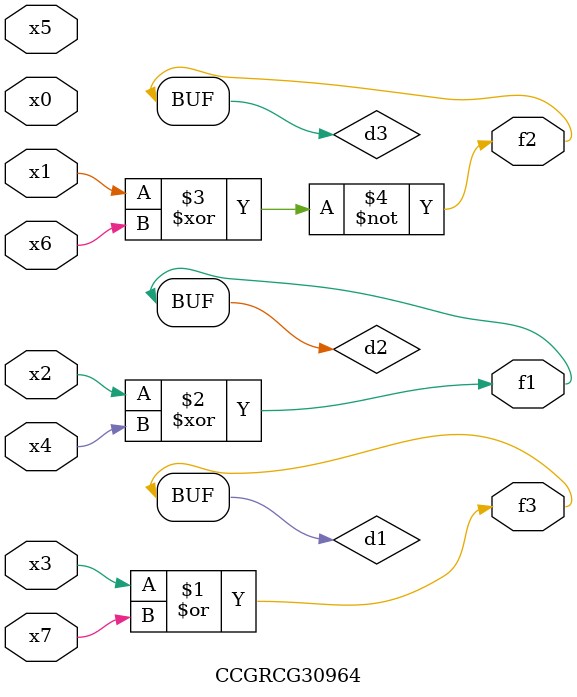
<source format=v>
module CCGRCG30964(
	input x0, x1, x2, x3, x4, x5, x6, x7,
	output f1, f2, f3
);

	wire d1, d2, d3;

	or (d1, x3, x7);
	xor (d2, x2, x4);
	xnor (d3, x1, x6);
	assign f1 = d2;
	assign f2 = d3;
	assign f3 = d1;
endmodule

</source>
